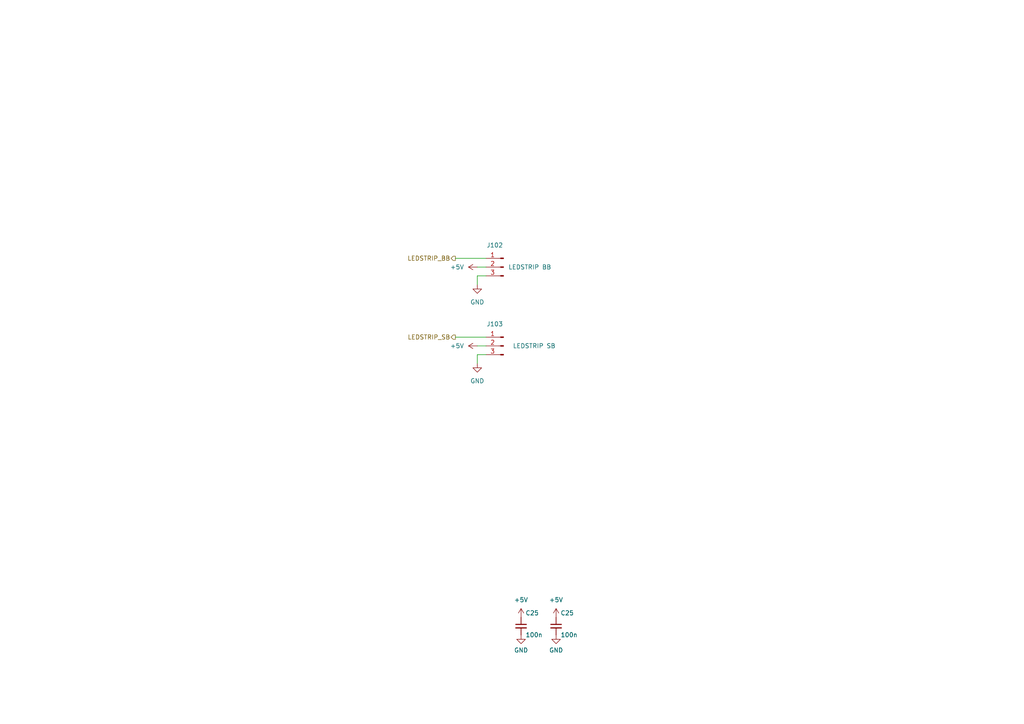
<source format=kicad_sch>
(kicad_sch (version 20230121) (generator eeschema)
  (paper "A4")
  (lib_symbols
    (symbol "Connector:Conn_01x03_Pin" (pin_names (offset 1.016) hide)
      (property "Reference" "J" (at 0 5.08 0))
      (property "Value" "Conn_01x03_Pin" (at 0 -5.08 0))
      (symbol "Conn_01x03_Pin_1_1"
        (polyline (pts (xy 1.27 -2.54) (xy 0.8636 -2.54)) (stroke (width 0.1524)))
        (polyline (pts (xy 1.27 0) (xy 0.8636 0)) (stroke (width 0.1524)))
        (polyline (pts (xy 1.27 2.54) (xy 0.8636 2.54)) (stroke (width 0.1524)))
        (rectangle (start 0.8636 -2.413) (end 0 -2.667) (stroke (width 0.1524)) (fill (type outline)))
        (rectangle (start 0.8636 0.127) (end 0 -0.127) (stroke (width 0.1524)) (fill (type outline)))
        (rectangle (start 0.8636 2.667) (end 0 2.413) (stroke (width 0.1524)) (fill (type outline)))
        (pin passive line (at 5.08 2.54 180) (length 3.81) (name "Pin_1") (number "1"))
        (pin passive line (at 5.08 0 180) (length 3.81) (name "Pin_2") (number "2"))
        (pin passive line (at 5.08 -2.54 180) (length 3.81) (name "Pin_3") (number "3"))
      )
    )
    (symbol "Device:C_Small" (pin_numbers hide) (pin_names (offset 0.254) hide)
      (property "Reference" "C" (at 0.254 1.778 0))
      (property "Value" "C_Small" (at 0.254 -2.032 0))
      (symbol "C_Small_0_1"
        (polyline (pts (xy -1.524 -0.508) (xy 1.524 -0.508)) (stroke (width 0.3302)))
        (polyline (pts (xy -1.524 0.508) (xy 1.524 0.508)) (stroke (width 0.3048)))
      )
      (symbol "C_Small_1_1"
        (pin passive line (at 0 2.54 270) (length 2.032) (name "~") (number "1"))
        (pin passive line (at 0 -2.54 90) (length 2.032) (name "~") (number "2"))
      )
    )
    (symbol "power:+5V" (power) (pin_names (offset 0))
      (property "Value" "+5V" (at 0 3.556 0))
      (symbol "+5V_0_1"
        (polyline (pts (xy -0.762 1.27) (xy 0 2.54)))
        (polyline (pts (xy 0 0) (xy 0 2.54)))
        (polyline (pts (xy 0 2.54) (xy 0.762 1.27)))
      )
      (symbol "+5V_1_1"
        (pin power_in line (at 0 0 90) (length 0) hide (name "+5V") (number "1"))
      )
    )
    (symbol "power:GND" (power) (pin_names (offset 0))
      (property "Value" "GND" (at 0 -3.81 0))
      (symbol "GND_0_1"
        (polyline (pts (xy 0 0) (xy 0 -1.27) (xy 1.27 -1.27) (xy 0 -2.54) (xy -1.27 -1.27) (xy 0 -1.27)))
      )
      (symbol "GND_1_1"
        (pin power_in line (at 0 0 270) (length 0) hide (name "GND") (number "1"))
      )
    )
  )
  (wire (pts (xy 140.97 80.01) (xy 138.43 80.01)))
  (wire (pts (xy 132.08 97.79) (xy 140.97 97.79)))
  (wire (pts (xy 138.43 80.01) (xy 138.43 82.55)))
  (wire (pts (xy 140.97 102.87) (xy 138.43 102.87)))
  (wire (pts (xy 138.43 100.33) (xy 140.97 100.33)))
  (wire (pts (xy 138.43 77.47) (xy 140.97 77.47)))
  (wire (pts (xy 138.43 102.87) (xy 138.43 105.41)))
  (wire (pts (xy 132.08 74.93) (xy 140.97 74.93)))
  (hierarchical_label "LEDSTRIP_BB" (shape output) (at 132.08 74.93 180))
  (hierarchical_label "LEDSTRIP_SB" (shape output) (at 132.08 97.79 180))
  (symbol (lib_id "power:GND") (at 151.13 184.15 0) (unit 1)
    (property "Reference" "#PWR0121" (effects hide))
    (property "Value" "GND" (at 151.13 188.595 0))
    (instances (project "Nice-Buoy-V1.0" (path "" (reference "#PWR0121") (unit 1)) (path "" (reference "#PWR0226") (unit 1)) (path "" (reference "#PWR0107") (unit 1)) (path "" (reference "#PWR059") (unit 1))))
  )
  (symbol (lib_id "power:+5V") (at 138.43 100.33 90) (unit 1)
    (property "Reference" "#PWR056" (effects hide))
    (property "Value" "+5V" (at 134.62 100.33 90) (effects (justify left)))
  )
  (symbol (lib_id "Connector:Conn_01x03_Pin") (at 146.05 100.33 0) (mirror y) (unit 1)
    (property "Reference" "J103" (at 143.51 93.98 0))
    (property "Value" "LEDSTRIP SB" (at 154.94 100.33 0))
    (property "Footprint" "Connector_JST:JST_XH_B3B-XH-A_1x03_P2.50mm_Vertical" (effects hide))
    (property "LCSC" "C161870" (effects hide))
    (instances (project "Nice-Buoy-V1.0" (path "" (reference "J103") (unit 1)) (path "" (reference "J18") (unit 1))))
  )
  (symbol (lib_id "Device:C_Small") (at 151.13 181.61 0) (unit 1)
    (property "Reference" "C25" (at 152.4 177.8 0) (effects (justify left)))
    (property "Value" "100n" (at 152.4 184.15 0) (effects (justify left)))
    (property "Footprint" "A_Device:C_0603" (effects hide))
    (property "LCSC" "C14663" (effects hide))
    (instances (project "NIKOLA-02-E-001_PCAScannerController_R1" (path "" (reference "C25") (unit 1))) (project "Nice-Buoy-V1.0" (path "" (reference "C218") (unit 1)) (path "" (reference "C4") (unit 1)) (path "" (reference "C23") (unit 1))))
  )
  (symbol (lib_id "power:+5V") (at 151.13 179.07 0) (unit 1)
    (property "Reference" "#PWR058" (effects hide))
    (property "Value" "+5V" (at 151.13 173.99 0))
  )
  (symbol (lib_id "power:+5V") (at 161.29 179.07 0) (unit 1)
    (property "Reference" "#PWR060" (effects hide))
    (property "Value" "+5V" (at 161.29 173.99 0))
  )
  (symbol (lib_id "power:GND") (at 138.43 105.41 0) (unit 1)
    (property "Reference" "#PWR0118" (effects hide))
    (property "Value" "GND" (at 138.43 110.49 0))
    (instances (project "Nice-Buoy-V1.0" (path "" (reference "#PWR0118") (unit 1)) (path "" (reference "#PWR057") (unit 1))))
  )
  (symbol (lib_id "power:GND") (at 161.29 184.15 0) (unit 1)
    (property "Reference" "#PWR0121" (effects hide))
    (property "Value" "GND" (at 161.29 188.595 0))
    (instances (project "Nice-Buoy-V1.0" (path "" (reference "#PWR0121") (unit 1)) (path "" (reference "#PWR0226") (unit 1)) (path "" (reference "#PWR0107") (unit 1)) (path "" (reference "#PWR061") (unit 1))))
  )
  (symbol (lib_id "Connector:Conn_01x03_Pin") (at 146.05 77.47 0) (mirror y) (unit 1)
    (property "Reference" "J102" (at 143.51 71.12 0))
    (property "Value" "LEDSTRIP BB" (at 153.67 77.47 0))
    (property "Footprint" "Connector_JST:JST_XH_B3B-XH-A_1x03_P2.50mm_Vertical" (effects hide))
    (property "LCSC" "C161870" (effects hide))
    (instances (project "Nice-Buoy-V1.0" (path "" (reference "J102") (unit 1)) (path "" (reference "J17") (unit 1))))
  )
  (symbol (lib_id "power:+5V") (at 138.43 77.47 90) (unit 1)
    (property "Reference" "#PWR054" (effects hide))
    (property "Value" "+5V" (at 134.62 77.47 90) (effects (justify left)))
  )
  (symbol (lib_id "power:GND") (at 138.43 82.55 0) (unit 1)
    (property "Reference" "#PWR0116" (effects hide))
    (property "Value" "GND" (at 138.43 87.63 0))
    (instances (project "Nice-Buoy-V1.0" (path "" (reference "#PWR0116") (unit 1)) (path "" (reference "#PWR055") (unit 1))))
  )
  (symbol (lib_id "Device:C_Small") (at 161.29 181.61 0) (unit 1)
    (property "Reference" "C25" (at 162.56 177.8 0) (effects (justify left)))
    (property "Value" "100n" (at 162.56 184.15 0) (effects (justify left)))
    (property "Footprint" "A_Device:C_0603" (effects hide))
    (property "LCSC" "C14663" (effects hide))
    (instances (project "NIKOLA-02-E-001_PCAScannerController_R1" (path "" (reference "C25") (unit 1))) (project "Nice-Buoy-V1.0" (path "" (reference "C218") (unit 1)) (path "" (reference "C4") (unit 1)) (path "" (reference "C24") (unit 1))))
  )
)
</source>
